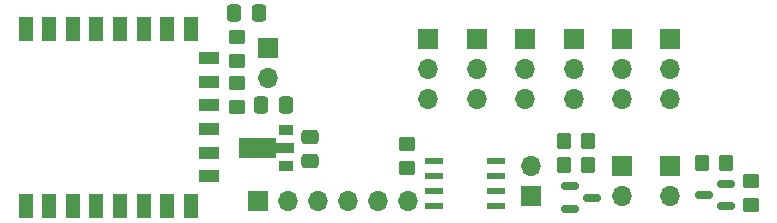
<source format=gbr>
%TF.GenerationSoftware,KiCad,Pcbnew,(6.0.7)*%
%TF.CreationDate,2022-10-27T13:02:41+02:00*%
%TF.ProjectId,UniMini,556e694d-696e-4692-9e6b-696361645f70,rev?*%
%TF.SameCoordinates,Original*%
%TF.FileFunction,Soldermask,Bot*%
%TF.FilePolarity,Negative*%
%FSLAX46Y46*%
G04 Gerber Fmt 4.6, Leading zero omitted, Abs format (unit mm)*
G04 Created by KiCad (PCBNEW (6.0.7)) date 2022-10-27 13:02:41*
%MOMM*%
%LPD*%
G01*
G04 APERTURE LIST*
G04 Aperture macros list*
%AMRoundRect*
0 Rectangle with rounded corners*
0 $1 Rounding radius*
0 $2 $3 $4 $5 $6 $7 $8 $9 X,Y pos of 4 corners*
0 Add a 4 corners polygon primitive as box body*
4,1,4,$2,$3,$4,$5,$6,$7,$8,$9,$2,$3,0*
0 Add four circle primitives for the rounded corners*
1,1,$1+$1,$2,$3*
1,1,$1+$1,$4,$5*
1,1,$1+$1,$6,$7*
1,1,$1+$1,$8,$9*
0 Add four rect primitives between the rounded corners*
20,1,$1+$1,$2,$3,$4,$5,0*
20,1,$1+$1,$4,$5,$6,$7,0*
20,1,$1+$1,$6,$7,$8,$9,0*
20,1,$1+$1,$8,$9,$2,$3,0*%
%AMFreePoly0*
4,1,9,3.862500,-0.866500,0.737500,-0.866500,0.737500,-0.450000,-0.737500,-0.450000,-0.737500,0.450000,0.737500,0.450000,0.737500,0.866500,3.862500,0.866500,3.862500,-0.866500,3.862500,-0.866500,$1*%
G04 Aperture macros list end*
%ADD10R,1.700000X1.700000*%
%ADD11O,1.700000X1.700000*%
%ADD12RoundRect,0.250000X0.350000X0.450000X-0.350000X0.450000X-0.350000X-0.450000X0.350000X-0.450000X0*%
%ADD13R,1.300000X0.900000*%
%ADD14FreePoly0,180.000000*%
%ADD15RoundRect,0.250000X-0.450000X0.350000X-0.450000X-0.350000X0.450000X-0.350000X0.450000X0.350000X0*%
%ADD16RoundRect,0.250000X-0.337500X-0.475000X0.337500X-0.475000X0.337500X0.475000X-0.337500X0.475000X0*%
%ADD17RoundRect,0.070692X0.719308X0.223858X-0.719308X0.223858X-0.719308X-0.223858X0.719308X-0.223858X0*%
%ADD18RoundRect,0.250000X-0.350000X-0.450000X0.350000X-0.450000X0.350000X0.450000X-0.350000X0.450000X0*%
%ADD19RoundRect,0.250000X0.475000X-0.337500X0.475000X0.337500X-0.475000X0.337500X-0.475000X-0.337500X0*%
%ADD20RoundRect,0.150000X-0.587500X-0.150000X0.587500X-0.150000X0.587500X0.150000X-0.587500X0.150000X0*%
%ADD21R,1.200000X2.000000*%
%ADD22R,1.700000X1.100000*%
%ADD23RoundRect,0.150000X0.587500X0.150000X-0.587500X0.150000X-0.587500X-0.150000X0.587500X-0.150000X0*%
%ADD24RoundRect,0.250000X0.450000X-0.350000X0.450000X0.350000X-0.450000X0.350000X-0.450000X-0.350000X0*%
G04 APERTURE END LIST*
D10*
%TO.C,J2*%
X57300000Y-74800000D03*
D11*
X57300000Y-77340000D03*
%TD*%
D10*
%TO.C,J4*%
X79600000Y-87375000D03*
D11*
X79600000Y-84835000D03*
%TD*%
D10*
%TO.C,M5*%
X87300000Y-74100000D03*
D11*
X87300000Y-76640000D03*
X87300000Y-79180000D03*
%TD*%
D10*
%TO.C,J1*%
X56460000Y-87800000D03*
D11*
X59000000Y-87800000D03*
X61540000Y-87800000D03*
X64080000Y-87800000D03*
X66620000Y-87800000D03*
X69160000Y-87800000D03*
%TD*%
D10*
%TO.C,M6*%
X91400000Y-74075000D03*
D11*
X91400000Y-76615000D03*
X91400000Y-79155000D03*
%TD*%
D10*
%TO.C,M2*%
X75000000Y-74100000D03*
D11*
X75000000Y-76640000D03*
X75000000Y-79180000D03*
%TD*%
D10*
%TO.C,J3*%
X87300000Y-84800000D03*
D11*
X87300000Y-87340000D03*
%TD*%
D10*
%TO.C,M1*%
X70900000Y-74100000D03*
D11*
X70900000Y-76640000D03*
X70900000Y-79180000D03*
%TD*%
D10*
%TO.C,J5*%
X91400000Y-84800000D03*
D11*
X91400000Y-87340000D03*
%TD*%
D10*
%TO.C,M3*%
X79100000Y-74100000D03*
D11*
X79100000Y-76640000D03*
X79100000Y-79180000D03*
%TD*%
D10*
%TO.C,M4*%
X83200000Y-74100000D03*
D11*
X83200000Y-76640000D03*
X83200000Y-79180000D03*
%TD*%
D12*
%TO.C,R6*%
X84400000Y-84700000D03*
X82400000Y-84700000D03*
%TD*%
D13*
%TO.C,U2*%
X58850000Y-81800000D03*
D14*
X58762500Y-83300000D03*
D13*
X58850000Y-84800000D03*
%TD*%
D15*
%TO.C,R9*%
X54700000Y-73900000D03*
X54700000Y-75900000D03*
%TD*%
D16*
%TO.C,C2*%
X56762500Y-79700000D03*
X58837500Y-79700000D03*
%TD*%
D17*
%TO.C,U3*%
X76624600Y-84385000D03*
X76624600Y-85655000D03*
X76624600Y-86925000D03*
X76624600Y-88195000D03*
X71375400Y-88195000D03*
X71375400Y-86925000D03*
X71375400Y-85655000D03*
X71375400Y-84385000D03*
%TD*%
D18*
%TO.C,R7*%
X82400000Y-82700000D03*
X84400000Y-82700000D03*
%TD*%
D12*
%TO.C,R10*%
X96100000Y-84600000D03*
X94100000Y-84600000D03*
%TD*%
D15*
%TO.C,R5*%
X69100000Y-83000000D03*
X69100000Y-85000000D03*
%TD*%
D19*
%TO.C,C3*%
X60900000Y-84437500D03*
X60900000Y-82362500D03*
%TD*%
D20*
%TO.C,Q1*%
X82862500Y-88450000D03*
X82862500Y-86550000D03*
X84737500Y-87500000D03*
%TD*%
D16*
%TO.C,C6*%
X54462500Y-71900000D03*
X56537500Y-71900000D03*
%TD*%
D15*
%TO.C,R8*%
X54700000Y-77800000D03*
X54700000Y-79800000D03*
%TD*%
D21*
%TO.C,U1*%
X36800000Y-73200000D03*
X38800000Y-73200000D03*
X40800000Y-73200000D03*
X42800000Y-73200000D03*
X44800000Y-73200000D03*
X46800000Y-73200000D03*
X48800000Y-73200000D03*
X50800000Y-73200000D03*
D22*
X52300000Y-75700000D03*
X52300000Y-77700000D03*
X52300000Y-79700000D03*
X52300000Y-81700000D03*
X52300000Y-83700000D03*
X52300000Y-85700000D03*
D21*
X50800000Y-88200000D03*
X48800000Y-88200000D03*
X46800000Y-88200000D03*
X44800000Y-88200000D03*
X42800000Y-88200000D03*
X40800000Y-88200000D03*
X38800000Y-88200000D03*
X36800000Y-88200000D03*
%TD*%
D23*
%TO.C,Q2*%
X96137500Y-86350000D03*
X96137500Y-88250000D03*
X94262500Y-87300000D03*
%TD*%
D24*
%TO.C,R11*%
X98200000Y-88100000D03*
X98200000Y-86100000D03*
%TD*%
M02*

</source>
